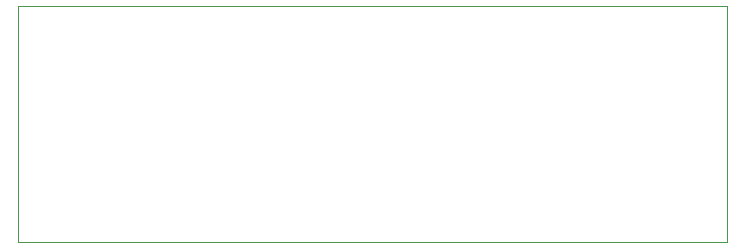
<source format=gbr>
%FSLAX34Y34*%
%MOMM*%
%LNOUTLINE*%
G71*
G01*
%ADD10C,0.100*%
%LPD*%
G54D10*
X1000Y999000D02*
X601000Y999000D01*
X601000Y799000D01*
X1000Y799000D01*
X1000Y999000D01*
M02*

</source>
